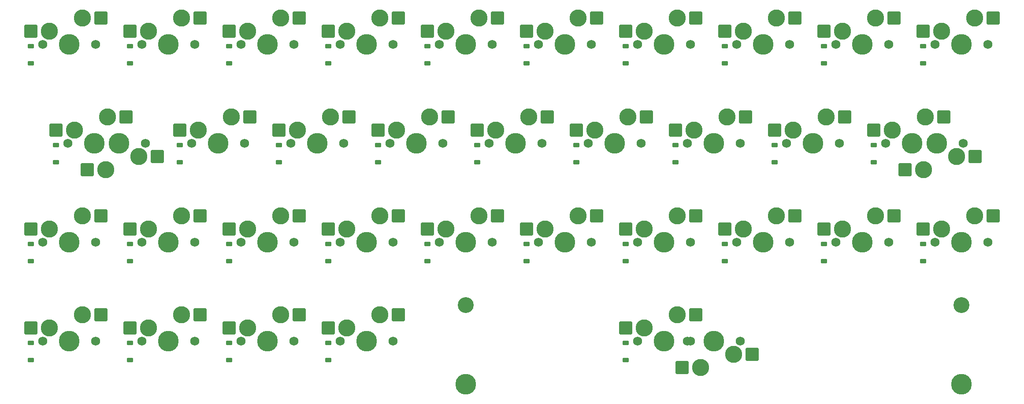
<source format=gbr>
%TF.GenerationSoftware,KiCad,Pcbnew,8.0.6*%
%TF.CreationDate,2024-12-13T09:42:38-07:00*%
%TF.ProjectId,tabesco-48,74616265-7363-46f2-9d34-382e6b696361,rev?*%
%TF.SameCoordinates,Original*%
%TF.FileFunction,Soldermask,Bot*%
%TF.FilePolarity,Negative*%
%FSLAX46Y46*%
G04 Gerber Fmt 4.6, Leading zero omitted, Abs format (unit mm)*
G04 Created by KiCad (PCBNEW 8.0.6) date 2024-12-13 09:42:38*
%MOMM*%
%LPD*%
G01*
G04 APERTURE LIST*
G04 Aperture macros list*
%AMRoundRect*
0 Rectangle with rounded corners*
0 $1 Rounding radius*
0 $2 $3 $4 $5 $6 $7 $8 $9 X,Y pos of 4 corners*
0 Add a 4 corners polygon primitive as box body*
4,1,4,$2,$3,$4,$5,$6,$7,$8,$9,$2,$3,0*
0 Add four circle primitives for the rounded corners*
1,1,$1+$1,$2,$3*
1,1,$1+$1,$4,$5*
1,1,$1+$1,$6,$7*
1,1,$1+$1,$8,$9*
0 Add four rect primitives between the rounded corners*
20,1,$1+$1,$2,$3,$4,$5,0*
20,1,$1+$1,$4,$5,$6,$7,0*
20,1,$1+$1,$6,$7,$8,$9,0*
20,1,$1+$1,$8,$9,$2,$3,0*%
G04 Aperture macros list end*
%ADD10C,3.987800*%
%ADD11C,3.048000*%
%ADD12C,1.750000*%
%ADD13C,3.300000*%
%ADD14RoundRect,0.250000X-1.025000X-1.000000X1.025000X-1.000000X1.025000X1.000000X-1.025000X1.000000X0*%
%ADD15RoundRect,0.250000X1.025000X1.000000X-1.025000X1.000000X-1.025000X-1.000000X1.025000X-1.000000X0*%
%ADD16RoundRect,0.225000X0.375000X-0.225000X0.375000X0.225000X-0.375000X0.225000X-0.375000X-0.225000X0*%
G04 APERTURE END LIST*
D10*
%TO.C,REF\u002A\u002A*%
X225736500Y-112254500D03*
D11*
X225736500Y-97014500D03*
D10*
X130486500Y-112254500D03*
D11*
X130486500Y-97014500D03*
%TD*%
D12*
%TO.C,MX34-2*%
X173031500Y-103999500D03*
D10*
X178111500Y-103999500D03*
D12*
X183191500Y-103999500D03*
D13*
X181921500Y-106539500D03*
D14*
X185471500Y-106539500D03*
X172021500Y-109079500D03*
D13*
X175571500Y-109079500D03*
%TD*%
D12*
%TO.C,MX33*%
X116516500Y-103999500D03*
D10*
X111436500Y-103999500D03*
D12*
X106356500Y-103999500D03*
D13*
X107626500Y-101459500D03*
D15*
X104076500Y-101459500D03*
X117526500Y-98919500D03*
D13*
X113976500Y-98919500D03*
%TD*%
D16*
%TO.C,D33*%
X104076500Y-107617000D03*
X104076500Y-104317000D03*
%TD*%
D12*
%TO.C,MX34*%
X173666500Y-103999500D03*
D10*
X168586500Y-103999500D03*
D12*
X163506500Y-103999500D03*
D13*
X164776500Y-101459500D03*
D15*
X161226500Y-101459500D03*
X174676500Y-98919500D03*
D13*
X171126500Y-98919500D03*
%TD*%
D12*
%TO.C,MX32*%
X97466500Y-103999500D03*
D10*
X92386500Y-103999500D03*
D12*
X87306500Y-103999500D03*
D13*
X88576500Y-101459500D03*
D15*
X85026500Y-101459500D03*
X98476500Y-98919500D03*
D13*
X94926500Y-98919500D03*
%TD*%
D12*
%TO.C,MX31*%
X78416500Y-103999500D03*
D10*
X73336500Y-103999500D03*
D12*
X68256500Y-103999500D03*
D13*
X69526500Y-101459500D03*
D15*
X65976500Y-101459500D03*
X79426500Y-98919500D03*
D13*
X75876500Y-98919500D03*
%TD*%
D12*
%TO.C,MX30*%
X59366500Y-103999500D03*
D10*
X54286500Y-103999500D03*
D12*
X49206500Y-103999500D03*
D13*
X50476500Y-101459500D03*
D15*
X46926500Y-101459500D03*
X60376500Y-98919500D03*
D13*
X56826500Y-98919500D03*
%TD*%
D12*
%TO.C,MX29*%
X230816500Y-84949500D03*
D10*
X225736500Y-84949500D03*
D12*
X220656500Y-84949500D03*
D13*
X221926500Y-82409500D03*
D15*
X218376500Y-82409500D03*
X231826500Y-79869500D03*
D13*
X228276500Y-79869500D03*
%TD*%
D12*
%TO.C,MX28*%
X211766500Y-84949500D03*
D10*
X206686500Y-84949500D03*
D12*
X201606500Y-84949500D03*
D13*
X202876500Y-82409500D03*
D15*
X199326500Y-82409500D03*
X212776500Y-79869500D03*
D13*
X209226500Y-79869500D03*
%TD*%
D12*
%TO.C,MX27*%
X192716500Y-84949500D03*
D10*
X187636500Y-84949500D03*
D12*
X182556500Y-84949500D03*
D13*
X183826500Y-82409500D03*
D15*
X180276500Y-82409500D03*
X193726500Y-79869500D03*
D13*
X190176500Y-79869500D03*
%TD*%
D12*
%TO.C,MX26*%
X173666500Y-84949500D03*
D10*
X168586500Y-84949500D03*
D12*
X163506500Y-84949500D03*
D13*
X164776500Y-82409500D03*
D15*
X161226500Y-82409500D03*
X174676500Y-79869500D03*
D13*
X171126500Y-79869500D03*
%TD*%
D12*
%TO.C,MX25*%
X154616500Y-84949500D03*
D10*
X149536500Y-84949500D03*
D12*
X144456500Y-84949500D03*
D13*
X145726500Y-82409500D03*
D15*
X142176500Y-82409500D03*
X155626500Y-79869500D03*
D13*
X152076500Y-79869500D03*
%TD*%
D12*
%TO.C,MX24*%
X135566500Y-84949500D03*
D10*
X130486500Y-84949500D03*
D12*
X125406500Y-84949500D03*
D13*
X126676500Y-82409500D03*
D15*
X123126500Y-82409500D03*
X136576500Y-79869500D03*
D13*
X133026500Y-79869500D03*
%TD*%
D12*
%TO.C,MX23*%
X116516500Y-84949500D03*
D10*
X111436500Y-84949500D03*
D12*
X106356500Y-84949500D03*
D13*
X107626500Y-82409500D03*
D15*
X104076500Y-82409500D03*
X117526500Y-79869500D03*
D13*
X113976500Y-79869500D03*
%TD*%
D12*
%TO.C,MX22*%
X97466500Y-84949500D03*
D10*
X92386500Y-84949500D03*
D12*
X87306500Y-84949500D03*
D13*
X88576500Y-82409500D03*
D15*
X85026500Y-82409500D03*
X98476500Y-79869500D03*
D13*
X94926500Y-79869500D03*
%TD*%
D12*
%TO.C,MX21*%
X78416500Y-84949500D03*
D10*
X73336500Y-84949500D03*
D12*
X68256500Y-84949500D03*
D13*
X69526500Y-82409500D03*
D15*
X65976500Y-82409500D03*
X79426500Y-79869500D03*
D13*
X75876500Y-79869500D03*
%TD*%
D12*
%TO.C,MX20*%
X59366500Y-84949500D03*
D10*
X54286500Y-84949500D03*
D12*
X49206500Y-84949500D03*
D13*
X50476500Y-82409500D03*
D15*
X46926500Y-82409500D03*
X60376500Y-79869500D03*
D13*
X56826500Y-79869500D03*
%TD*%
D12*
%TO.C,MX19-2*%
X215894000Y-65899500D03*
D10*
X220974000Y-65899500D03*
D12*
X226054000Y-65899500D03*
D13*
X224784000Y-68439500D03*
D14*
X228334000Y-68439500D03*
X214884000Y-70979500D03*
D13*
X218434000Y-70979500D03*
%TD*%
D12*
%TO.C,MX19*%
X221291500Y-65899500D03*
D10*
X216211500Y-65899500D03*
D12*
X211131500Y-65899500D03*
D13*
X212401500Y-63359500D03*
D15*
X208851500Y-63359500D03*
X222301500Y-60819500D03*
D13*
X218751500Y-60819500D03*
%TD*%
D12*
%TO.C,MX18*%
X202241500Y-65899500D03*
D10*
X197161500Y-65899500D03*
D12*
X192081500Y-65899500D03*
D13*
X193351500Y-63359500D03*
D15*
X189801500Y-63359500D03*
X203251500Y-60819500D03*
D13*
X199701500Y-60819500D03*
%TD*%
D12*
%TO.C,MX17*%
X183191500Y-65899500D03*
D10*
X178111500Y-65899500D03*
D12*
X173031500Y-65899500D03*
D13*
X174301500Y-63359500D03*
D15*
X170751500Y-63359500D03*
X184201500Y-60819500D03*
D13*
X180651500Y-60819500D03*
%TD*%
D12*
%TO.C,MX16*%
X164141500Y-65899500D03*
D10*
X159061500Y-65899500D03*
D12*
X153981500Y-65899500D03*
D13*
X155251500Y-63359500D03*
D15*
X151701500Y-63359500D03*
X165151500Y-60819500D03*
D13*
X161601500Y-60819500D03*
%TD*%
D12*
%TO.C,MX15*%
X145091500Y-65899500D03*
D10*
X140011500Y-65899500D03*
D12*
X134931500Y-65899500D03*
D13*
X136201500Y-63359500D03*
D15*
X132651500Y-63359500D03*
X146101500Y-60819500D03*
D13*
X142551500Y-60819500D03*
%TD*%
D12*
%TO.C,MX14*%
X126041500Y-65899500D03*
D10*
X120961500Y-65899500D03*
D12*
X115881500Y-65899500D03*
D13*
X117151500Y-63359500D03*
D15*
X113601500Y-63359500D03*
X127051500Y-60819500D03*
D13*
X123501500Y-60819500D03*
%TD*%
D12*
%TO.C,MX13*%
X106991500Y-65899500D03*
D10*
X101911500Y-65899500D03*
D12*
X96831500Y-65899500D03*
D13*
X98101500Y-63359500D03*
D15*
X94551500Y-63359500D03*
X108001500Y-60819500D03*
D13*
X104451500Y-60819500D03*
%TD*%
D12*
%TO.C,MX12*%
X87941500Y-65899500D03*
D10*
X82861500Y-65899500D03*
D12*
X77781500Y-65899500D03*
D13*
X79051500Y-63359500D03*
D15*
X75501500Y-63359500D03*
X88951500Y-60819500D03*
D13*
X85401500Y-60819500D03*
%TD*%
D12*
%TO.C,MX11-2*%
X58731500Y-65899500D03*
D10*
X63811500Y-65899500D03*
D12*
X68891500Y-65899500D03*
D13*
X67621500Y-68439500D03*
D14*
X71171500Y-68439500D03*
X57721500Y-70979500D03*
D13*
X61271500Y-70979500D03*
%TD*%
D12*
%TO.C,MX11*%
X64129000Y-65899500D03*
D10*
X59049000Y-65899500D03*
D12*
X53969000Y-65899500D03*
D13*
X55239000Y-63359500D03*
D15*
X51689000Y-63359500D03*
X65139000Y-60819500D03*
D13*
X61589000Y-60819500D03*
%TD*%
D12*
%TO.C,MX10*%
X230816500Y-46849500D03*
D10*
X225736500Y-46849500D03*
D12*
X220656500Y-46849500D03*
D13*
X221926500Y-44309500D03*
D15*
X218376500Y-44309500D03*
X231826500Y-41769500D03*
D13*
X228276500Y-41769500D03*
%TD*%
D12*
%TO.C,MX9*%
X211766500Y-46849500D03*
D10*
X206686500Y-46849500D03*
D12*
X201606500Y-46849500D03*
D13*
X202876500Y-44309500D03*
D15*
X199326500Y-44309500D03*
X212776500Y-41769500D03*
D13*
X209226500Y-41769500D03*
%TD*%
D12*
%TO.C,MX8*%
X192716500Y-46849500D03*
D10*
X187636500Y-46849500D03*
D12*
X182556500Y-46849500D03*
D13*
X183826500Y-44309500D03*
D15*
X180276500Y-44309500D03*
X193726500Y-41769500D03*
D13*
X190176500Y-41769500D03*
%TD*%
D12*
%TO.C,MX7*%
X173666500Y-46849500D03*
D10*
X168586500Y-46849500D03*
D12*
X163506500Y-46849500D03*
D13*
X164776500Y-44309500D03*
D15*
X161226500Y-44309500D03*
X174676500Y-41769500D03*
D13*
X171126500Y-41769500D03*
%TD*%
D12*
%TO.C,MX6*%
X154616500Y-46849500D03*
D10*
X149536500Y-46849500D03*
D12*
X144456500Y-46849500D03*
D13*
X145726500Y-44309500D03*
D15*
X142176500Y-44309500D03*
X155626500Y-41769500D03*
D13*
X152076500Y-41769500D03*
%TD*%
D12*
%TO.C,MX5*%
X135566500Y-46849500D03*
D10*
X130486500Y-46849500D03*
D12*
X125406500Y-46849500D03*
D13*
X126676500Y-44309500D03*
D15*
X123126500Y-44309500D03*
X136576500Y-41769500D03*
D13*
X133026500Y-41769500D03*
%TD*%
D12*
%TO.C,MX4*%
X116516500Y-46849500D03*
D10*
X111436500Y-46849500D03*
D12*
X106356500Y-46849500D03*
D13*
X107626500Y-44309500D03*
D15*
X104076500Y-44309500D03*
X117526500Y-41769500D03*
D13*
X113976500Y-41769500D03*
%TD*%
D12*
%TO.C,MX3*%
X97466500Y-46849500D03*
D10*
X92386500Y-46849500D03*
D12*
X87306500Y-46849500D03*
D13*
X88576500Y-44309500D03*
D15*
X85026500Y-44309500D03*
X98476500Y-41769500D03*
D13*
X94926500Y-41769500D03*
%TD*%
D12*
%TO.C,MX2*%
X78416500Y-46849500D03*
D10*
X73336500Y-46849500D03*
D12*
X68256500Y-46849500D03*
D13*
X69526500Y-44309500D03*
D15*
X65976500Y-44309500D03*
X79426500Y-41769500D03*
D13*
X75876500Y-41769500D03*
%TD*%
%TO.C,MX1*%
X56826500Y-41769500D03*
D15*
X60376500Y-41769500D03*
X46926500Y-44309500D03*
D13*
X50476500Y-44309500D03*
D12*
X49206500Y-46849500D03*
D10*
X54286500Y-46849500D03*
D12*
X59366500Y-46849500D03*
%TD*%
D16*
%TO.C,D34*%
X161226500Y-107617000D03*
X161226500Y-104317000D03*
%TD*%
%TO.C,D32*%
X85026500Y-107617000D03*
X85026500Y-104317000D03*
%TD*%
%TO.C,D31*%
X65976500Y-107617000D03*
X65976500Y-104317000D03*
%TD*%
%TO.C,D30*%
X46926500Y-107617000D03*
X46926500Y-104317000D03*
%TD*%
%TO.C,D29*%
X218376500Y-88567000D03*
X218376500Y-85267000D03*
%TD*%
%TO.C,D28*%
X199326500Y-88567000D03*
X199326500Y-85267000D03*
%TD*%
%TO.C,D27*%
X180276500Y-88567000D03*
X180276500Y-85267000D03*
%TD*%
%TO.C,D26*%
X161226500Y-88567000D03*
X161226500Y-85267000D03*
%TD*%
%TO.C,D25*%
X142176500Y-88567000D03*
X142176500Y-85267000D03*
%TD*%
%TO.C,D24*%
X123126500Y-88567000D03*
X123126500Y-85267000D03*
%TD*%
%TO.C,D23*%
X104076500Y-88567000D03*
X104076500Y-85267000D03*
%TD*%
%TO.C,D22*%
X85026500Y-88567000D03*
X85026500Y-85267000D03*
%TD*%
%TO.C,D21*%
X65976500Y-88567000D03*
X65976500Y-85267000D03*
%TD*%
%TO.C,D20*%
X46926500Y-88567000D03*
X46926500Y-85267000D03*
%TD*%
%TO.C,D19*%
X208851500Y-69517000D03*
X208851500Y-66217000D03*
%TD*%
%TO.C,D18*%
X189801500Y-69517000D03*
X189801500Y-66217000D03*
%TD*%
%TO.C,D17*%
X170751500Y-69517000D03*
X170751500Y-66217000D03*
%TD*%
%TO.C,D16*%
X151701500Y-69517000D03*
X151701500Y-66217000D03*
%TD*%
%TO.C,D15*%
X132651500Y-69517000D03*
X132651500Y-66217000D03*
%TD*%
%TO.C,D14*%
X113601500Y-69517000D03*
X113601500Y-66217000D03*
%TD*%
%TO.C,D13*%
X94551500Y-69517000D03*
X94551500Y-66217000D03*
%TD*%
%TO.C,D12*%
X75501500Y-69517000D03*
X75501500Y-66217000D03*
%TD*%
%TO.C,D11*%
X51689000Y-69517000D03*
X51689000Y-66217000D03*
%TD*%
%TO.C,D10*%
X218376500Y-50467000D03*
X218376500Y-47167000D03*
%TD*%
%TO.C,D9*%
X199326500Y-50467000D03*
X199326500Y-47167000D03*
%TD*%
%TO.C,D8*%
X180276500Y-50467000D03*
X180276500Y-47167000D03*
%TD*%
%TO.C,D7*%
X161226500Y-50467000D03*
X161226500Y-47167000D03*
%TD*%
%TO.C,D6*%
X142176500Y-50467000D03*
X142176500Y-47167000D03*
%TD*%
%TO.C,D5*%
X123126500Y-50467000D03*
X123126500Y-47167000D03*
%TD*%
%TO.C,D4*%
X104076500Y-50467000D03*
X104076500Y-47167000D03*
%TD*%
%TO.C,D3*%
X85026500Y-50467000D03*
X85026500Y-47167000D03*
%TD*%
%TO.C,D2*%
X65976500Y-50467000D03*
X65976500Y-47167000D03*
%TD*%
%TO.C,D1*%
X46926500Y-50467000D03*
X46926500Y-47167000D03*
%TD*%
M02*

</source>
